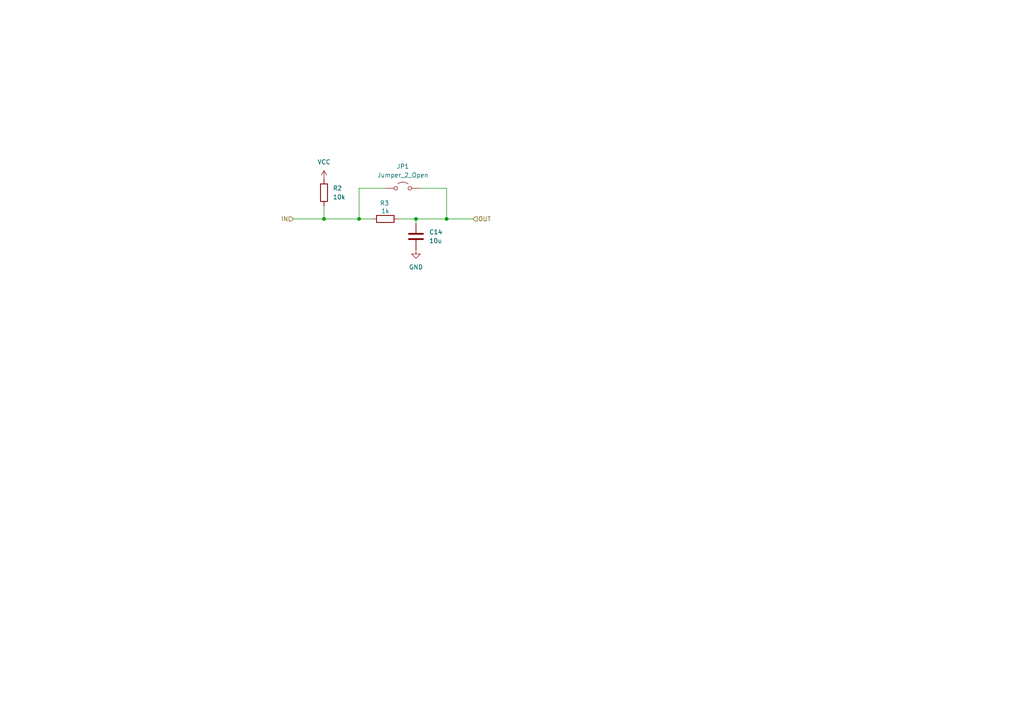
<source format=kicad_sch>
(kicad_sch (version 20250114) (generator "eeschema") (generator_version "9.0")
  (paper "A4")
  (lib_symbols
    (symbol "Device:C" (pin_numbers (hide yes)) (pin_names (offset 0.254))
      (property "Reference" "C" (at 0.635 2.54 0))
      (property "Value" "C" (at 0.635 -2.54 0))
      (symbol "C_0_1"
        (polyline (pts (xy -2.032 0.762) (xy 2.032 0.762)) (stroke (width 0.508)))
        (polyline (pts (xy -2.032 -0.762) (xy 2.032 -0.762)) (stroke (width 0.508)))
      )
      (symbol "C_1_1"
        (pin passive line (at 0 3.81 270) (length 2.794) (name "~") (number "1"))
        (pin passive line (at 0 -3.81 90) (length 2.794) (name "~") (number "2"))
      )
    )
    (symbol "Device:R" (pin_numbers (hide yes)) (pin_names (offset 0))
      (property "Reference" "R" (at 2.032 0 90))
      (property "Value" "R" (at 0 0 90))
      (symbol "R_0_1"
        (rectangle (start -1.016 -2.54) (end 1.016 2.54) (stroke (width 0.254)))
      )
      (symbol "R_1_1"
        (pin passive line (at 0 3.81 270) (length 1.27) (name "~") (number "1"))
        (pin passive line (at 0 -3.81 90) (length 1.27) (name "~") (number "2"))
      )
    )
    (symbol "Jumper:Jumper_2_Open" (pin_numbers (hide yes)) (pin_names (offset 0) (hide yes))
      (property "Reference" "JP" (at 0 2.794 0))
      (property "Value" "Jumper_2_Open" (at 0 -2.286 0))
      (symbol "Jumper_2_Open_0_0"
        (circle (center -2.032 0) (radius 0.508))
        (circle (center 2.032 0) (radius 0.508))
      )
      (symbol "Jumper_2_Open_0_1"
        (arc (start -1.524 1.27) (mid 0 1.778) (end 1.524 1.27))
      )
      (symbol "Jumper_2_Open_1_1"
        (pin passive line (at -5.08 0 0) (length 2.54) (name "A") (number "1"))
        (pin passive line (at 5.08 0 180) (length 2.54) (name "B") (number "2"))
      )
    )
    (symbol "power:GND" (power) (pin_numbers (hide yes)) (pin_names (offset 0) (hide yes))
      (property "Value" "GND" (at 0 -3.81 0))
      (symbol "GND_0_1"
        (polyline (pts (xy 0 0) (xy 0 -1.27) (xy 1.27 -1.27) (xy 0 -2.54) (xy -1.27 -1.27) (xy 0 -1.27)))
      )
      (symbol "GND_1_1"
        (pin power_in line (at 0 0 270) (length 0) (name "~") (number "1"))
      )
    )
    (symbol "power:VCC" (power) (pin_numbers (hide yes)) (pin_names (offset 0) (hide yes))
      (property "Value" "VCC" (at 0 3.556 0))
      (symbol "VCC_0_1"
        (polyline (pts (xy -0.762 1.27) (xy 0 2.54)))
        (polyline (pts (xy 0 2.54) (xy 0.762 1.27)))
        (polyline (pts (xy 0 0) (xy 0 2.54)))
      )
      (symbol "VCC_1_1"
        (pin power_in line (at 0 0 90) (length 0) (name "~") (number "1"))
      )
    )
  )
  (junction (at 129.54 63.5))
  (junction (at 120.65 63.5))
  (junction (at 93.98 63.5))
  (junction (at 104.14 63.5))
  (wire (pts (xy 120.65 63.5) (xy 129.54 63.5)))
  (wire (pts (xy 129.54 63.5) (xy 137.16 63.5)))
  (wire (pts (xy 129.54 54.61) (xy 129.54 63.5)))
  (wire (pts (xy 121.92 54.61) (xy 129.54 54.61)))
  (wire (pts (xy 93.98 63.5) (xy 104.14 63.5)))
  (wire (pts (xy 111.76 54.61) (xy 104.14 54.61)))
  (wire (pts (xy 104.14 54.61) (xy 104.14 63.5)))
  (wire (pts (xy 85.09 63.5) (xy 93.98 63.5)))
  (wire (pts (xy 120.65 64.77) (xy 120.65 63.5)))
  (wire (pts (xy 93.98 59.69) (xy 93.98 63.5)))
  (wire (pts (xy 104.14 63.5) (xy 107.95 63.5)))
  (wire (pts (xy 115.57 63.5) (xy 120.65 63.5)))
  (hierarchical_label "OUT" (shape input) (at 137.16 63.5 0))
  (hierarchical_label "IN" (shape input) (at 85.09 63.5 180))
  (symbol (lib_id "Jumper:Jumper_2_Open") (at 116.84 54.61 0) (unit 1)
    (property "Reference" "JP2" (at 116.84 48.26 0))
    (property "Value" "Jumper_2_Open" (at 116.84 50.8 0))
    (property "Footprint" "Jumper:SolderJumper-2_P1.3mm_Open_RoundedPad1.0x1.5mm" (effects (hide yes)))
    (property "Description" "Jumper, 2-pole, open" (effects (hide yes)))
    (instances (project "macroboard" (path "" (reference "JP1") (unit 1)) (path "" (reference "JP7") (unit 1)) (path "" (reference "JP6") (unit 1)) (path "" (reference "JP10") (unit 1)) (path "" (reference "JP11") (unit 1)) (path "" (reference "JP12") (unit 1)) (path "" (reference "JP14") (unit 1)) (path "" (reference "JP4") (unit 1)) (path "" (reference "JP13") (unit 1)) (path "" (reference "JP2") (unit 1)) (path "" (reference "JP8") (unit 1)) (path "" (reference "JP9") (unit 1)) (path "" (reference "JP5") (unit 1)) (path "" (reference "JP3") (unit 1))))
  )
  (symbol (lib_id "Device:R") (at 111.76 63.5 90) (unit 1)
    (property "Reference" "R16" (at 111.506 58.928 90))
    (property "Value" "1k" (at 111.76 61.214 90))
    (property "Footprint" "Resistor_SMD:R_0805_2012Metric_Pad1.20x1.40mm_HandSolder" (effects (hide yes)))
    (property "Description" "Resistor" (effects (hide yes)))
    (instances (project "macroboard" (path "" (reference "R3") (unit 1)) (path "" (reference "R27") (unit 1)) (path "" (reference "R25") (unit 1)) (path "" (reference "R33") (unit 1)) (path "" (reference "R35") (unit 1)) (path "" (reference "R37") (unit 1)) (path "" (reference "RC1") (unit 1)) (path "" (reference "R21") (unit 1)) (path "" (reference "R39") (unit 1)) (path "" (reference "R16") (unit 1)) (path "" (reference "R29") (unit 1)) (path "" (reference "R31") (unit 1)) (path "" (reference "R23") (unit 1)) (path "" (reference "R19") (unit 1))))
  )
  (symbol (lib_id "Device:R") (at 93.98 55.88 0) (unit 1)
    (property "Reference" "R17" (at 96.52 54.6099 0) (effects (justify left)))
    (property "Value" "10k" (at 96.52 57.1499 0) (effects (justify left)))
    (property "Footprint" "Resistor_SMD:R_0805_2012Metric_Pad1.20x1.40mm_HandSolder" (effects (hide yes)))
    (property "Description" "Resistor" (effects (hide yes)))
    (instances (project "macroboard" (path "" (reference "R2") (unit 1)) (path "" (reference "R26") (unit 1)) (path "" (reference "R24") (unit 1)) (path "" (reference "R32") (unit 1)) (path "" (reference "R34") (unit 1)) (path "" (reference "R36") (unit 1)) (path "" (reference "R1") (unit 1)) (path "" (reference "R20") (unit 1)) (path "" (reference "R38") (unit 1)) (path "" (reference "R17") (unit 1)) (path "" (reference "R28") (unit 1)) (path "" (reference "R30") (unit 1)) (path "" (reference "R22") (unit 1)) (path "" (reference "R18") (unit 1))))
  )
  (symbol (lib_id "power:VCC") (at 93.98 52.07 0) (unit 1)
    (property "Reference" "#PWR033" (effects (hide yes)))
    (property "Value" "VCC" (at 93.98 46.99 0))
    (property "Description" "Power symbol creates a global label with name \"VCC\"" (effects (hide yes)))
    (instances (project "macroboard" (path "" (reference "#PWR0102") (unit 1)) (path "" (reference "#PWR043") (unit 1)) (path "" (reference "#PWR041") (unit 1)) (path "" (reference "#PWR049") (unit 1)) (path "" (reference "#PWR051") (unit 1)) (path "" (reference "#PWR053") (unit 1)) (path "" (reference "#PWR057") (unit 1)) (path "" (reference "#PWR037") (unit 1)) (path "" (reference "#PWR055") (unit 1)) (path "" (reference "#PWR033") (unit 1)) (path "" (reference "#PWR045") (unit 1)) (path "" (reference "#PWR047") (unit 1)) (path "" (reference "#PWR039") (unit 1)) (path "" (reference "#PWR035") (unit 1))))
  )
  (symbol (lib_id "Device:C") (at 120.65 68.58 0) (unit 1)
    (property "Reference" "C2" (at 124.46 67.3099 0) (effects (justify left)))
    (property "Value" "10u" (at 124.46 69.8499 0) (effects (justify left)))
    (property "Footprint" "Capacitor_SMD:C_0805_2012Metric_Pad1.18x1.45mm_HandSolder" (effects (hide yes)))
    (property "Description" "Unpolarized capacitor" (effects (hide yes)))
    (instances (project "macroboard" (path "" (reference "C14") (unit 1)) (path "" (reference "C7") (unit 1)) (path "" (reference "C6") (unit 1)) (path "" (reference "C10") (unit 1)) (path "" (reference "C11") (unit 1)) (path "" (reference "C12") (unit 1)) (path "" (reference "C1") (unit 1)) (path "" (reference "C4") (unit 1)) (path "" (reference "C13") (unit 1)) (path "" (reference "C2") (unit 1)) (path "" (reference "C8") (unit 1)) (path "" (reference "C9") (unit 1)) (path "" (reference "C5") (unit 1)) (path "" (reference "C3") (unit 1))))
  )
  (symbol (lib_id "power:GND") (at 120.65 72.39 0) (unit 1)
    (property "Reference" "#PWR034" (effects (hide yes)))
    (property "Value" "GND" (at 120.65 77.47 0))
    (property "Description" "Power symbol creates a global label with name \"GND\" , ground" (effects (hide yes)))
    (instances (project "macroboard" (path "" (reference "#PWR0103") (unit 1)) (path "" (reference "#PWR044") (unit 1)) (path "" (reference "#PWR042") (unit 1)) (path "" (reference "#PWR050") (unit 1)) (path "" (reference "#PWR052") (unit 1)) (path "" (reference "#PWR054") (unit 1)) (path "" (reference "#PWR058") (unit 1)) (path "" (reference "#PWR038") (unit 1)) (path "" (reference "#PWR056") (unit 1)) (path "" (reference "#PWR034") (unit 1)) (path "" (reference "#PWR046") (unit 1)) (path "" (reference "#PWR048") (unit 1)) (path "" (reference "#PWR040") (unit 1)) (path "" (reference "#PWR036") (unit 1))))
  )
)
</source>
